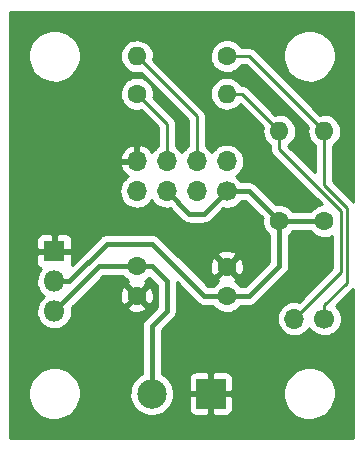
<source format=gbr>
G04 #@! TF.FileFunction,Copper,L2,Bot,Signal*
%FSLAX46Y46*%
G04 Gerber Fmt 4.6, Leading zero omitted, Abs format (unit mm)*
G04 Created by KiCad (PCBNEW 4.0.6) date 04/11/17 07:21:03*
%MOMM*%
%LPD*%
G01*
G04 APERTURE LIST*
%ADD10C,0.100000*%
%ADD11C,1.600000*%
%ADD12O,1.600000X1.600000*%
%ADD13R,1.800000X1.800000*%
%ADD14O,1.800000X1.800000*%
%ADD15C,2.500000*%
%ADD16R,2.500000X2.500000*%
%ADD17C,1.700000*%
%ADD18O,1.700000X1.700000*%
%ADD19C,0.400000*%
%ADD20C,0.250000*%
%ADD21C,0.254000*%
G04 APERTURE END LIST*
D10*
D11*
X158115000Y-100330000D03*
D12*
X158115000Y-92710000D03*
D13*
X135255000Y-102870000D03*
D14*
X135255000Y-105410000D03*
X135255000Y-107950000D03*
D11*
X142240000Y-104140000D03*
X142240000Y-106640000D03*
X149860000Y-106680000D03*
X149860000Y-104180000D03*
X154305000Y-100330000D03*
D12*
X154305000Y-92710000D03*
D11*
X149860000Y-86360000D03*
D12*
X142240000Y-86360000D03*
D11*
X142240000Y-89535000D03*
D12*
X149860000Y-89535000D03*
D15*
X143510000Y-114935000D03*
D16*
X148510000Y-114935000D03*
D17*
X158115000Y-108585000D03*
D18*
X155575000Y-108585000D03*
D17*
X149860000Y-97790000D03*
D18*
X149860000Y-95250000D03*
X147320000Y-97790000D03*
X147320000Y-95250000D03*
X144780000Y-97790000D03*
X144780000Y-95250000D03*
X142240000Y-97790000D03*
X142240000Y-95250000D03*
D19*
X142240000Y-104140000D02*
X143510000Y-104140000D01*
X143510000Y-109220000D02*
X143510000Y-114935000D01*
X144780000Y-107950000D02*
X143510000Y-109220000D01*
X144780000Y-105410000D02*
X144780000Y-107950000D01*
X143510000Y-104140000D02*
X144780000Y-105410000D01*
X142240000Y-104140000D02*
X139065000Y-104140000D01*
X139065000Y-104140000D02*
X135255000Y-107950000D01*
X149860000Y-106680000D02*
X151765000Y-106680000D01*
X154305000Y-104140000D02*
X154305000Y-100330000D01*
X151765000Y-106680000D02*
X154305000Y-104140000D01*
X135255000Y-105410000D02*
X136525000Y-105410000D01*
X147955000Y-106680000D02*
X149860000Y-106680000D01*
X143510000Y-102235000D02*
X147955000Y-106680000D01*
X139700000Y-102235000D02*
X143510000Y-102235000D01*
X136525000Y-105410000D02*
X139700000Y-102235000D01*
X154305000Y-100330000D02*
X158115000Y-100330000D01*
X151765000Y-97790000D02*
X154305000Y-100330000D01*
X149860000Y-97790000D02*
X151765000Y-97790000D01*
X147955000Y-99695000D02*
X149860000Y-97790000D01*
X146685000Y-99695000D02*
X147955000Y-99695000D01*
X144780000Y-97790000D02*
X146685000Y-99695000D01*
D20*
X144780000Y-95250000D02*
X144780000Y-92075000D01*
X144780000Y-92075000D02*
X142240000Y-89535000D01*
X158115000Y-92710000D02*
X158115000Y-97282000D01*
X158115000Y-97282000D02*
X160020000Y-99187000D01*
X160020000Y-99187000D02*
X160020000Y-105537000D01*
X160020000Y-105537000D02*
X158115000Y-107442000D01*
X158115000Y-107442000D02*
X158115000Y-108585000D01*
X149860000Y-86360000D02*
X151765000Y-86360000D01*
X151765000Y-86360000D02*
X158115000Y-92710000D01*
X154305000Y-92710000D02*
X154305000Y-94234000D01*
X154305000Y-94234000D02*
X159512000Y-99441000D01*
X159512000Y-99441000D02*
X159512000Y-104648000D01*
X159512000Y-104648000D02*
X155575000Y-108585000D01*
X149860000Y-89535000D02*
X151130000Y-89535000D01*
X151130000Y-89535000D02*
X154305000Y-92710000D01*
X147320000Y-91440000D02*
X142240000Y-86360000D01*
X147320000Y-95250000D02*
X147320000Y-91440000D01*
D21*
G36*
X160580000Y-98676130D02*
X160564852Y-98657154D01*
X160559369Y-98651594D01*
X160559274Y-98651478D01*
X160559166Y-98651389D01*
X160557401Y-98649599D01*
X158875000Y-96967198D01*
X158875000Y-93931163D01*
X158900753Y-93917700D01*
X159119017Y-93742211D01*
X159299038Y-93527671D01*
X159433959Y-93282250D01*
X159518642Y-93015296D01*
X159549860Y-92736979D01*
X159550000Y-92716943D01*
X159550000Y-92703057D01*
X159522671Y-92424331D01*
X159441724Y-92156221D01*
X159310242Y-91908940D01*
X159133234Y-91691907D01*
X158917442Y-91513388D01*
X158671085Y-91380183D01*
X158403547Y-91297367D01*
X158125018Y-91268092D01*
X157846108Y-91293475D01*
X157789838Y-91310036D01*
X153027727Y-86547925D01*
X154607062Y-86547925D01*
X154686185Y-86979030D01*
X154847536Y-87386557D01*
X155084970Y-87754982D01*
X155389443Y-88070273D01*
X155749358Y-88320421D01*
X156151005Y-88495896D01*
X156579087Y-88590016D01*
X157017297Y-88599195D01*
X157448944Y-88523084D01*
X157857587Y-88364582D01*
X158227661Y-88129726D01*
X158545070Y-87827461D01*
X158797724Y-87469302D01*
X158975999Y-87068889D01*
X159073105Y-86641475D01*
X159080096Y-86140847D01*
X158994962Y-85710888D01*
X158827936Y-85305654D01*
X158585381Y-84940580D01*
X158276536Y-84629571D01*
X157913164Y-84384473D01*
X157509105Y-84214622D01*
X157079751Y-84126489D01*
X156641456Y-84123429D01*
X156210914Y-84205559D01*
X155804523Y-84369752D01*
X155437764Y-84609752D01*
X155124607Y-84916419D01*
X154876978Y-85278071D01*
X154704311Y-85680933D01*
X154613182Y-86109662D01*
X154607062Y-86547925D01*
X153027727Y-86547925D01*
X152302401Y-85822599D01*
X152248145Y-85778032D01*
X152194375Y-85732914D01*
X152190874Y-85730989D01*
X152187785Y-85728452D01*
X152125933Y-85695287D01*
X152064396Y-85661457D01*
X152060584Y-85660248D01*
X152057065Y-85658361D01*
X151989969Y-85637848D01*
X151923013Y-85616608D01*
X151919041Y-85616162D01*
X151915219Y-85614994D01*
X151845351Y-85607897D01*
X151775611Y-85600074D01*
X151767806Y-85600020D01*
X151767653Y-85600004D01*
X151767510Y-85600018D01*
X151765000Y-85600000D01*
X151077982Y-85600000D01*
X150977426Y-85448650D01*
X150779129Y-85248964D01*
X150545823Y-85091597D01*
X150286394Y-84982543D01*
X150010724Y-84925956D01*
X149729313Y-84923991D01*
X149452880Y-84976724D01*
X149191954Y-85082145D01*
X148956473Y-85236239D01*
X148755408Y-85433137D01*
X148596416Y-85665339D01*
X148485553Y-85924000D01*
X148427043Y-86199268D01*
X148423114Y-86480659D01*
X148473915Y-86757453D01*
X148577512Y-87019109D01*
X148729959Y-87255660D01*
X148925448Y-87458095D01*
X149156534Y-87618704D01*
X149414415Y-87731369D01*
X149689268Y-87791800D01*
X149970624Y-87797693D01*
X150247767Y-87748826D01*
X150510140Y-87647058D01*
X150747749Y-87496267D01*
X150951544Y-87302195D01*
X151080068Y-87120000D01*
X151450198Y-87120000D01*
X156717028Y-92386830D01*
X156711358Y-92404704D01*
X156680140Y-92683021D01*
X156680000Y-92703057D01*
X156680000Y-92716943D01*
X156707329Y-92995669D01*
X156788276Y-93263779D01*
X156919758Y-93511060D01*
X157096766Y-93728093D01*
X157312558Y-93906612D01*
X157355000Y-93929560D01*
X157355000Y-96209198D01*
X155072858Y-93927056D01*
X155090753Y-93917700D01*
X155309017Y-93742211D01*
X155489038Y-93527671D01*
X155623959Y-93282250D01*
X155708642Y-93015296D01*
X155739860Y-92736979D01*
X155740000Y-92716943D01*
X155740000Y-92703057D01*
X155712671Y-92424331D01*
X155631724Y-92156221D01*
X155500242Y-91908940D01*
X155323234Y-91691907D01*
X155107442Y-91513388D01*
X154861085Y-91380183D01*
X154593547Y-91297367D01*
X154315018Y-91268092D01*
X154036108Y-91293475D01*
X153979838Y-91310036D01*
X151667401Y-88997599D01*
X151613145Y-88953032D01*
X151559375Y-88907914D01*
X151555874Y-88905989D01*
X151552785Y-88903452D01*
X151490933Y-88870287D01*
X151429396Y-88836457D01*
X151425584Y-88835248D01*
X151422065Y-88833361D01*
X151354969Y-88812848D01*
X151288013Y-88791608D01*
X151284041Y-88791162D01*
X151280219Y-88789994D01*
X151210351Y-88782897D01*
X151140611Y-88775074D01*
X151132806Y-88775020D01*
X151132653Y-88775004D01*
X151132510Y-88775018D01*
X151130000Y-88775000D01*
X151081163Y-88775000D01*
X151067700Y-88749247D01*
X150892211Y-88530983D01*
X150677671Y-88350962D01*
X150432250Y-88216041D01*
X150165296Y-88131358D01*
X149886979Y-88100140D01*
X149866943Y-88100000D01*
X149853057Y-88100000D01*
X149574331Y-88127329D01*
X149306221Y-88208276D01*
X149058940Y-88339758D01*
X148841907Y-88516766D01*
X148663388Y-88732558D01*
X148530183Y-88978915D01*
X148447367Y-89246453D01*
X148418092Y-89524982D01*
X148443475Y-89803892D01*
X148522548Y-90072560D01*
X148652300Y-90320753D01*
X148827789Y-90539017D01*
X149042329Y-90719038D01*
X149287750Y-90853959D01*
X149554704Y-90938642D01*
X149833021Y-90969860D01*
X149853057Y-90970000D01*
X149866943Y-90970000D01*
X150145669Y-90942671D01*
X150413779Y-90861724D01*
X150661060Y-90730242D01*
X150878093Y-90553234D01*
X150966530Y-90446332D01*
X152907028Y-92386830D01*
X152901358Y-92404704D01*
X152870140Y-92683021D01*
X152870000Y-92703057D01*
X152870000Y-92716943D01*
X152897329Y-92995669D01*
X152978276Y-93263779D01*
X153109758Y-93511060D01*
X153286766Y-93728093D01*
X153502558Y-93906612D01*
X153545000Y-93929560D01*
X153545000Y-94234000D01*
X153551851Y-94303877D01*
X153557969Y-94373803D01*
X153559084Y-94377641D01*
X153559474Y-94381618D01*
X153579764Y-94448821D01*
X153599351Y-94516240D01*
X153601190Y-94519788D01*
X153602345Y-94523613D01*
X153635299Y-94585591D01*
X153667610Y-94647925D01*
X153670103Y-94651048D01*
X153671980Y-94654578D01*
X153716355Y-94708987D01*
X153760148Y-94763846D01*
X153765631Y-94769406D01*
X153765726Y-94769522D01*
X153765834Y-94769611D01*
X153767599Y-94771401D01*
X157905268Y-98909070D01*
X157707880Y-98946724D01*
X157446954Y-99052145D01*
X157211473Y-99206239D01*
X157010408Y-99403137D01*
X156947508Y-99495000D01*
X155473153Y-99495000D01*
X155422426Y-99418650D01*
X155224129Y-99218964D01*
X154990823Y-99061597D01*
X154731394Y-98952543D01*
X154455724Y-98895956D01*
X154174313Y-98893991D01*
X154069797Y-98913929D01*
X152355434Y-97199566D01*
X152295818Y-97150596D01*
X152236747Y-97101030D01*
X152232904Y-97098917D01*
X152229507Y-97096127D01*
X152161474Y-97059648D01*
X152093941Y-97022522D01*
X152089758Y-97021195D01*
X152085886Y-97019119D01*
X152012107Y-96996563D01*
X151938606Y-96973247D01*
X151934242Y-96972758D01*
X151930044Y-96971474D01*
X151853284Y-96963676D01*
X151776658Y-96955081D01*
X151768087Y-96955021D01*
X151767915Y-96955004D01*
X151767755Y-96955019D01*
X151765000Y-96955000D01*
X151088185Y-96955000D01*
X151016361Y-96846895D01*
X150811155Y-96640252D01*
X150633563Y-96520465D01*
X150673131Y-96499780D01*
X150899000Y-96318177D01*
X151085294Y-96096161D01*
X151224916Y-95842189D01*
X151312549Y-95565934D01*
X151344855Y-95277919D01*
X151345000Y-95257185D01*
X151345000Y-95242815D01*
X151316718Y-94954377D01*
X151232951Y-94676925D01*
X151096888Y-94421029D01*
X150913713Y-94196433D01*
X150690401Y-94011694D01*
X150435461Y-93873848D01*
X150158601Y-93788146D01*
X149870367Y-93757851D01*
X149581739Y-93784118D01*
X149303709Y-93865947D01*
X149046869Y-94000220D01*
X148821000Y-94181823D01*
X148634706Y-94403839D01*
X148590502Y-94484247D01*
X148556888Y-94421029D01*
X148373713Y-94196433D01*
X148150401Y-94011694D01*
X148080000Y-93973628D01*
X148080000Y-91440000D01*
X148073148Y-91370119D01*
X148067031Y-91300197D01*
X148065916Y-91296359D01*
X148065526Y-91292382D01*
X148045246Y-91225212D01*
X148025650Y-91157761D01*
X148023809Y-91154210D01*
X148022655Y-91150387D01*
X147989710Y-91088426D01*
X147957390Y-91026075D01*
X147954897Y-91022952D01*
X147953020Y-91019422D01*
X147908645Y-90965013D01*
X147864852Y-90910154D01*
X147859369Y-90904594D01*
X147859274Y-90904478D01*
X147859166Y-90904389D01*
X147857401Y-90902599D01*
X143640983Y-86686181D01*
X143652633Y-86648547D01*
X143681908Y-86370018D01*
X143656525Y-86091108D01*
X143577452Y-85822440D01*
X143447700Y-85574247D01*
X143272211Y-85355983D01*
X143057671Y-85175962D01*
X142812250Y-85041041D01*
X142545296Y-84956358D01*
X142266979Y-84925140D01*
X142246943Y-84925000D01*
X142233057Y-84925000D01*
X141954331Y-84952329D01*
X141686221Y-85033276D01*
X141438940Y-85164758D01*
X141221907Y-85341766D01*
X141043388Y-85557558D01*
X140910183Y-85803915D01*
X140827367Y-86071453D01*
X140798092Y-86349982D01*
X140823475Y-86628892D01*
X140902548Y-86897560D01*
X141032300Y-87145753D01*
X141207789Y-87364017D01*
X141422329Y-87544038D01*
X141667750Y-87678959D01*
X141934704Y-87763642D01*
X142213021Y-87794860D01*
X142233057Y-87795000D01*
X142246943Y-87795000D01*
X142525669Y-87767671D01*
X142561923Y-87756725D01*
X146560000Y-91754802D01*
X146560000Y-93972444D01*
X146506869Y-94000220D01*
X146281000Y-94181823D01*
X146094706Y-94403839D01*
X146050502Y-94484247D01*
X146016888Y-94421029D01*
X145833713Y-94196433D01*
X145610401Y-94011694D01*
X145540000Y-93973628D01*
X145540000Y-92075000D01*
X145533144Y-92005073D01*
X145527030Y-91935197D01*
X145525916Y-91931364D01*
X145525526Y-91927382D01*
X145505224Y-91860138D01*
X145485649Y-91792760D01*
X145483810Y-91789212D01*
X145482655Y-91785387D01*
X145449691Y-91723390D01*
X145417389Y-91661074D01*
X145414897Y-91657953D01*
X145413020Y-91654422D01*
X145368641Y-91600007D01*
X145324852Y-91545154D01*
X145319369Y-91539594D01*
X145319274Y-91539478D01*
X145319166Y-91539389D01*
X145317401Y-91537599D01*
X143638166Y-89858364D01*
X143670573Y-89715723D01*
X143675061Y-89394291D01*
X143620400Y-89118233D01*
X143513160Y-88858049D01*
X143357426Y-88623650D01*
X143159129Y-88423964D01*
X142925823Y-88266597D01*
X142666394Y-88157543D01*
X142390724Y-88100956D01*
X142109313Y-88098991D01*
X141832880Y-88151724D01*
X141571954Y-88257145D01*
X141336473Y-88411239D01*
X141135408Y-88608137D01*
X140976416Y-88840339D01*
X140865553Y-89099000D01*
X140807043Y-89374268D01*
X140803114Y-89655659D01*
X140853915Y-89932453D01*
X140957512Y-90194109D01*
X141109959Y-90430660D01*
X141305448Y-90633095D01*
X141536534Y-90793704D01*
X141794415Y-90906369D01*
X142069268Y-90966800D01*
X142350624Y-90972693D01*
X142565078Y-90934880D01*
X144020000Y-92389802D01*
X144020000Y-93972444D01*
X143966869Y-94000220D01*
X143741000Y-94181823D01*
X143554706Y-94403839D01*
X143507400Y-94489889D01*
X143435178Y-94368645D01*
X143240269Y-94152412D01*
X143006920Y-93978359D01*
X142744099Y-93853175D01*
X142596890Y-93808524D01*
X142367000Y-93929845D01*
X142367000Y-95123000D01*
X142387000Y-95123000D01*
X142387000Y-95377000D01*
X142367000Y-95377000D01*
X142367000Y-95397000D01*
X142113000Y-95397000D01*
X142113000Y-95377000D01*
X140919186Y-95377000D01*
X140798519Y-95606891D01*
X140895843Y-95881252D01*
X141044822Y-96131355D01*
X141239731Y-96347588D01*
X141468682Y-96518361D01*
X141426869Y-96540220D01*
X141201000Y-96721823D01*
X141014706Y-96943839D01*
X140875084Y-97197811D01*
X140787451Y-97474066D01*
X140755145Y-97762081D01*
X140755000Y-97782815D01*
X140755000Y-97797185D01*
X140783282Y-98085623D01*
X140867049Y-98363075D01*
X141003112Y-98618971D01*
X141186287Y-98843567D01*
X141409599Y-99028306D01*
X141664539Y-99166152D01*
X141941399Y-99251854D01*
X142229633Y-99282149D01*
X142518261Y-99255882D01*
X142796291Y-99174053D01*
X143053131Y-99039780D01*
X143279000Y-98858177D01*
X143465294Y-98636161D01*
X143509498Y-98555753D01*
X143543112Y-98618971D01*
X143726287Y-98843567D01*
X143949599Y-99028306D01*
X144204539Y-99166152D01*
X144481399Y-99251854D01*
X144769633Y-99282149D01*
X145058261Y-99255882D01*
X145063478Y-99254346D01*
X146094566Y-100285434D01*
X146154182Y-100334404D01*
X146213253Y-100383970D01*
X146217096Y-100386083D01*
X146220493Y-100388873D01*
X146288526Y-100425352D01*
X146356059Y-100462478D01*
X146360242Y-100463805D01*
X146364114Y-100465881D01*
X146437893Y-100488437D01*
X146511394Y-100511753D01*
X146515758Y-100512242D01*
X146519956Y-100513526D01*
X146596716Y-100521324D01*
X146673342Y-100529919D01*
X146681913Y-100529979D01*
X146682085Y-100529996D01*
X146682245Y-100529981D01*
X146685000Y-100530000D01*
X147955000Y-100530000D01*
X148031747Y-100522475D01*
X148108600Y-100515751D01*
X148112814Y-100514527D01*
X148117186Y-100514098D01*
X148191081Y-100491788D01*
X148265092Y-100470285D01*
X148268986Y-100468266D01*
X148273194Y-100466996D01*
X148341311Y-100430777D01*
X148409774Y-100395290D01*
X148413207Y-100392549D01*
X148417082Y-100390489D01*
X148476866Y-100341731D01*
X148537133Y-100293620D01*
X148543238Y-100287600D01*
X148543370Y-100287492D01*
X148543471Y-100287369D01*
X148545434Y-100285434D01*
X149581554Y-99249314D01*
X149683319Y-99271688D01*
X149974479Y-99277787D01*
X150261278Y-99227217D01*
X150532793Y-99121903D01*
X150778681Y-98965858D01*
X150989577Y-98765024D01*
X151088353Y-98625000D01*
X151419132Y-98625000D01*
X152888058Y-100093926D01*
X152872043Y-100169268D01*
X152868114Y-100450659D01*
X152918915Y-100727453D01*
X153022512Y-100989109D01*
X153174959Y-101225660D01*
X153370448Y-101428095D01*
X153470000Y-101497285D01*
X153470000Y-103794132D01*
X151419132Y-105845000D01*
X151028153Y-105845000D01*
X150977426Y-105768650D01*
X150779129Y-105568964D01*
X150574641Y-105431035D01*
X150601514Y-105416671D01*
X150673097Y-105172702D01*
X149860000Y-104359605D01*
X149046903Y-105172702D01*
X149118486Y-105416671D01*
X149148241Y-105430750D01*
X148956473Y-105556239D01*
X148755408Y-105753137D01*
X148692508Y-105845000D01*
X148300868Y-105845000D01*
X146706380Y-104250512D01*
X148419783Y-104250512D01*
X148461213Y-104530130D01*
X148556397Y-104796292D01*
X148623329Y-104921514D01*
X148867298Y-104993097D01*
X149680395Y-104180000D01*
X150039605Y-104180000D01*
X150852702Y-104993097D01*
X151096671Y-104921514D01*
X151217571Y-104666004D01*
X151286300Y-104391816D01*
X151300217Y-104109488D01*
X151258787Y-103829870D01*
X151163603Y-103563708D01*
X151096671Y-103438486D01*
X150852702Y-103366903D01*
X150039605Y-104180000D01*
X149680395Y-104180000D01*
X148867298Y-103366903D01*
X148623329Y-103438486D01*
X148502429Y-103693996D01*
X148433700Y-103968184D01*
X148419783Y-104250512D01*
X146706380Y-104250512D01*
X145643166Y-103187298D01*
X149046903Y-103187298D01*
X149860000Y-104000395D01*
X150673097Y-103187298D01*
X150601514Y-102943329D01*
X150346004Y-102822429D01*
X150071816Y-102753700D01*
X149789488Y-102739783D01*
X149509870Y-102781213D01*
X149243708Y-102876397D01*
X149118486Y-102943329D01*
X149046903Y-103187298D01*
X145643166Y-103187298D01*
X144100434Y-101644566D01*
X144040818Y-101595596D01*
X143981747Y-101546030D01*
X143977904Y-101543917D01*
X143974507Y-101541127D01*
X143906474Y-101504648D01*
X143838941Y-101467522D01*
X143834758Y-101466195D01*
X143830886Y-101464119D01*
X143757107Y-101441563D01*
X143683606Y-101418247D01*
X143679242Y-101417758D01*
X143675044Y-101416474D01*
X143598284Y-101408676D01*
X143521658Y-101400081D01*
X143513087Y-101400021D01*
X143512915Y-101400004D01*
X143512755Y-101400019D01*
X143510000Y-101400000D01*
X139700000Y-101400000D01*
X139623208Y-101407529D01*
X139546400Y-101414249D01*
X139542186Y-101415473D01*
X139537814Y-101415902D01*
X139463933Y-101438208D01*
X139389907Y-101459715D01*
X139386011Y-101461734D01*
X139381806Y-101463004D01*
X139313707Y-101499213D01*
X139245226Y-101534710D01*
X139241793Y-101537451D01*
X139237918Y-101539511D01*
X139178134Y-101588269D01*
X139117867Y-101636380D01*
X139111762Y-101642400D01*
X139111630Y-101642508D01*
X139111529Y-101642631D01*
X139109566Y-101644566D01*
X136742042Y-104012090D01*
X136765597Y-103955223D01*
X136790000Y-103832542D01*
X136790000Y-103155750D01*
X136631250Y-102997000D01*
X135382000Y-102997000D01*
X135382000Y-103017000D01*
X135128000Y-103017000D01*
X135128000Y-102997000D01*
X133878750Y-102997000D01*
X133720000Y-103155750D01*
X133720000Y-103832542D01*
X133744403Y-103955223D01*
X133792270Y-104070785D01*
X133861763Y-104174789D01*
X133950211Y-104263237D01*
X134054215Y-104332730D01*
X134131579Y-104364775D01*
X133988451Y-104535349D01*
X133844127Y-104797872D01*
X133753543Y-105083429D01*
X133720150Y-105381141D01*
X133720000Y-105402573D01*
X133720000Y-105417427D01*
X133749234Y-105715577D01*
X133835822Y-106002370D01*
X133976466Y-106266883D01*
X134165809Y-106499041D01*
X134385907Y-106681122D01*
X134181017Y-106845857D01*
X133988451Y-107075349D01*
X133844127Y-107337872D01*
X133753543Y-107623429D01*
X133720150Y-107921141D01*
X133720000Y-107942573D01*
X133720000Y-107957427D01*
X133749234Y-108255577D01*
X133835822Y-108542370D01*
X133976466Y-108806883D01*
X134165809Y-109039041D01*
X134396639Y-109230000D01*
X134660164Y-109372487D01*
X134946345Y-109461075D01*
X135244284Y-109492390D01*
X135542630Y-109465238D01*
X135830021Y-109380654D01*
X136095510Y-109241860D01*
X136328983Y-109054143D01*
X136521549Y-108824651D01*
X136665873Y-108562128D01*
X136756457Y-108276571D01*
X136789850Y-107978859D01*
X136790000Y-107957427D01*
X136790000Y-107942573D01*
X136760766Y-107644423D01*
X136757227Y-107632702D01*
X141426903Y-107632702D01*
X141498486Y-107876671D01*
X141753996Y-107997571D01*
X142028184Y-108066300D01*
X142310512Y-108080217D01*
X142590130Y-108038787D01*
X142856292Y-107943603D01*
X142981514Y-107876671D01*
X143053097Y-107632702D01*
X142240000Y-106819605D01*
X141426903Y-107632702D01*
X136757227Y-107632702D01*
X136756285Y-107629583D01*
X137675356Y-106710512D01*
X140799783Y-106710512D01*
X140841213Y-106990130D01*
X140936397Y-107256292D01*
X141003329Y-107381514D01*
X141247298Y-107453097D01*
X142060395Y-106640000D01*
X142419605Y-106640000D01*
X143232702Y-107453097D01*
X143476671Y-107381514D01*
X143597571Y-107126004D01*
X143666300Y-106851816D01*
X143680217Y-106569488D01*
X143638787Y-106289870D01*
X143543603Y-106023708D01*
X143476671Y-105898486D01*
X143232702Y-105826903D01*
X142419605Y-106640000D01*
X142060395Y-106640000D01*
X141247298Y-105826903D01*
X141003329Y-105898486D01*
X140882429Y-106153996D01*
X140813700Y-106428184D01*
X140799783Y-106710512D01*
X137675356Y-106710512D01*
X139410868Y-104975000D01*
X141070866Y-104975000D01*
X141109959Y-105035660D01*
X141305448Y-105238095D01*
X141523755Y-105389822D01*
X141498486Y-105403329D01*
X141426903Y-105647298D01*
X142240000Y-106460395D01*
X143053097Y-105647298D01*
X142981514Y-105403329D01*
X142950589Y-105388696D01*
X143127749Y-105276267D01*
X143300700Y-105111568D01*
X143945000Y-105755868D01*
X143945000Y-107604132D01*
X142919566Y-108629566D01*
X142870596Y-108689182D01*
X142821030Y-108748253D01*
X142818917Y-108752096D01*
X142816127Y-108755493D01*
X142779648Y-108823526D01*
X142742522Y-108891059D01*
X142741195Y-108895242D01*
X142739119Y-108899114D01*
X142716563Y-108972893D01*
X142693247Y-109046394D01*
X142692758Y-109050758D01*
X142691474Y-109054956D01*
X142683676Y-109131716D01*
X142675081Y-109208342D01*
X142675021Y-109216913D01*
X142675004Y-109217085D01*
X142675019Y-109217245D01*
X142675000Y-109220000D01*
X142675000Y-113239236D01*
X142632461Y-113256423D01*
X142323137Y-113458840D01*
X142059019Y-113717482D01*
X141850169Y-114022500D01*
X141704542Y-114362275D01*
X141627683Y-114723864D01*
X141622522Y-115093496D01*
X141689254Y-115457091D01*
X141825338Y-115800799D01*
X142025590Y-116111529D01*
X142282382Y-116377446D01*
X142585935Y-116588420D01*
X142924684Y-116736416D01*
X143285729Y-116815797D01*
X143655315Y-116823539D01*
X144019367Y-116759346D01*
X144364017Y-116625666D01*
X144676137Y-116427588D01*
X144943840Y-116172658D01*
X145156929Y-115870586D01*
X145307286Y-115532877D01*
X145378199Y-115220750D01*
X146625000Y-115220750D01*
X146625000Y-116247542D01*
X146649403Y-116370223D01*
X146697270Y-116485785D01*
X146766763Y-116589789D01*
X146855211Y-116678237D01*
X146959215Y-116747730D01*
X147074777Y-116795597D01*
X147197458Y-116820000D01*
X148224250Y-116820000D01*
X148383000Y-116661250D01*
X148383000Y-115062000D01*
X148637000Y-115062000D01*
X148637000Y-116661250D01*
X148795750Y-116820000D01*
X149822542Y-116820000D01*
X149945223Y-116795597D01*
X150060785Y-116747730D01*
X150164789Y-116678237D01*
X150253237Y-116589789D01*
X150322730Y-116485785D01*
X150370597Y-116370223D01*
X150395000Y-116247542D01*
X150395000Y-115220750D01*
X150297175Y-115122925D01*
X154607062Y-115122925D01*
X154686185Y-115554030D01*
X154847536Y-115961557D01*
X155084970Y-116329982D01*
X155389443Y-116645273D01*
X155749358Y-116895421D01*
X156151005Y-117070896D01*
X156579087Y-117165016D01*
X157017297Y-117174195D01*
X157448944Y-117098084D01*
X157857587Y-116939582D01*
X158227661Y-116704726D01*
X158545070Y-116402461D01*
X158797724Y-116044302D01*
X158975999Y-115643889D01*
X159073105Y-115216475D01*
X159080096Y-114715847D01*
X158994962Y-114285888D01*
X158827936Y-113880654D01*
X158585381Y-113515580D01*
X158276536Y-113204571D01*
X157913164Y-112959473D01*
X157509105Y-112789622D01*
X157079751Y-112701489D01*
X156641456Y-112698429D01*
X156210914Y-112780559D01*
X155804523Y-112944752D01*
X155437764Y-113184752D01*
X155124607Y-113491419D01*
X154876978Y-113853071D01*
X154704311Y-114255933D01*
X154613182Y-114684662D01*
X154607062Y-115122925D01*
X150297175Y-115122925D01*
X150236250Y-115062000D01*
X148637000Y-115062000D01*
X148383000Y-115062000D01*
X146783750Y-115062000D01*
X146625000Y-115220750D01*
X145378199Y-115220750D01*
X145389185Y-115172396D01*
X145395081Y-114750166D01*
X145323279Y-114387539D01*
X145182410Y-114045764D01*
X144977839Y-113737860D01*
X144863240Y-113622458D01*
X146625000Y-113622458D01*
X146625000Y-114649250D01*
X146783750Y-114808000D01*
X148383000Y-114808000D01*
X148383000Y-113208750D01*
X148637000Y-113208750D01*
X148637000Y-114808000D01*
X150236250Y-114808000D01*
X150395000Y-114649250D01*
X150395000Y-113622458D01*
X150370597Y-113499777D01*
X150322730Y-113384215D01*
X150253237Y-113280211D01*
X150164789Y-113191763D01*
X150060785Y-113122270D01*
X149945223Y-113074403D01*
X149822542Y-113050000D01*
X148795750Y-113050000D01*
X148637000Y-113208750D01*
X148383000Y-113208750D01*
X148224250Y-113050000D01*
X147197458Y-113050000D01*
X147074777Y-113074403D01*
X146959215Y-113122270D01*
X146855211Y-113191763D01*
X146766763Y-113280211D01*
X146697270Y-113384215D01*
X146649403Y-113499777D01*
X146625000Y-113622458D01*
X144863240Y-113622458D01*
X144717358Y-113475555D01*
X144410890Y-113268839D01*
X144345000Y-113241141D01*
X144345000Y-109565868D01*
X145370434Y-108540434D01*
X145419382Y-108480845D01*
X145468970Y-108421747D01*
X145471085Y-108417900D01*
X145473872Y-108414507D01*
X145510341Y-108346494D01*
X145547478Y-108278941D01*
X145548804Y-108274760D01*
X145550881Y-108270887D01*
X145573441Y-108197093D01*
X145596753Y-108123606D01*
X145597242Y-108119242D01*
X145598526Y-108115044D01*
X145606319Y-108038329D01*
X145614919Y-107961658D01*
X145614979Y-107953076D01*
X145614995Y-107952915D01*
X145614981Y-107952765D01*
X145615000Y-107950000D01*
X145615000Y-105520868D01*
X147364566Y-107270434D01*
X147424155Y-107319382D01*
X147483253Y-107368970D01*
X147487100Y-107371085D01*
X147490493Y-107373872D01*
X147558506Y-107410341D01*
X147626059Y-107447478D01*
X147630240Y-107448804D01*
X147634113Y-107450881D01*
X147707907Y-107473441D01*
X147781394Y-107496753D01*
X147785758Y-107497242D01*
X147789956Y-107498526D01*
X147866671Y-107506319D01*
X147943342Y-107514919D01*
X147951924Y-107514979D01*
X147952085Y-107514995D01*
X147952235Y-107514981D01*
X147955000Y-107515000D01*
X148690866Y-107515000D01*
X148729959Y-107575660D01*
X148925448Y-107778095D01*
X149156534Y-107938704D01*
X149414415Y-108051369D01*
X149689268Y-108111800D01*
X149970624Y-108117693D01*
X150247767Y-108068826D01*
X150510140Y-107967058D01*
X150747749Y-107816267D01*
X150951544Y-107622195D01*
X151027162Y-107515000D01*
X151765000Y-107515000D01*
X151841747Y-107507475D01*
X151918600Y-107500751D01*
X151922814Y-107499527D01*
X151927186Y-107499098D01*
X152001081Y-107476788D01*
X152075092Y-107455285D01*
X152078986Y-107453266D01*
X152083194Y-107451996D01*
X152151311Y-107415777D01*
X152219774Y-107380290D01*
X152223207Y-107377549D01*
X152227082Y-107375489D01*
X152286866Y-107326731D01*
X152347133Y-107278620D01*
X152353238Y-107272600D01*
X152353370Y-107272492D01*
X152353471Y-107272369D01*
X152355434Y-107270434D01*
X154895434Y-104730434D01*
X154944382Y-104670845D01*
X154993970Y-104611747D01*
X154996085Y-104607900D01*
X154998872Y-104604507D01*
X155035321Y-104536529D01*
X155072478Y-104468941D01*
X155073806Y-104464756D01*
X155075880Y-104460887D01*
X155098427Y-104387139D01*
X155121753Y-104313606D01*
X155122243Y-104309242D01*
X155123526Y-104305044D01*
X155131319Y-104228329D01*
X155139919Y-104151658D01*
X155139979Y-104143076D01*
X155139995Y-104142915D01*
X155139981Y-104142765D01*
X155140000Y-104140000D01*
X155140000Y-101499742D01*
X155192749Y-101466267D01*
X155396544Y-101272195D01*
X155472162Y-101165000D01*
X156945866Y-101165000D01*
X156984959Y-101225660D01*
X157180448Y-101428095D01*
X157411534Y-101588704D01*
X157669415Y-101701369D01*
X157944268Y-101761800D01*
X158225624Y-101767693D01*
X158502767Y-101718826D01*
X158752000Y-101622155D01*
X158752000Y-104333198D01*
X155941144Y-107144054D01*
X155873601Y-107123146D01*
X155585367Y-107092851D01*
X155296739Y-107119118D01*
X155018709Y-107200947D01*
X154761869Y-107335220D01*
X154536000Y-107516823D01*
X154349706Y-107738839D01*
X154210084Y-107992811D01*
X154122451Y-108269066D01*
X154090145Y-108557081D01*
X154090000Y-108577815D01*
X154090000Y-108592185D01*
X154118282Y-108880623D01*
X154202049Y-109158075D01*
X154338112Y-109413971D01*
X154521287Y-109638567D01*
X154744599Y-109823306D01*
X154999539Y-109961152D01*
X155276399Y-110046854D01*
X155564633Y-110077149D01*
X155853261Y-110050882D01*
X156131291Y-109969053D01*
X156388131Y-109834780D01*
X156614000Y-109653177D01*
X156800294Y-109431161D01*
X156843235Y-109353052D01*
X156945584Y-109511867D01*
X157147885Y-109721356D01*
X157387023Y-109887561D01*
X157653889Y-110004152D01*
X157938319Y-110066688D01*
X158229479Y-110072787D01*
X158516278Y-110022217D01*
X158787793Y-109916903D01*
X159033681Y-109760858D01*
X159244577Y-109560024D01*
X159412447Y-109322053D01*
X159530899Y-109056007D01*
X159595419Y-108772020D01*
X159600063Y-108439388D01*
X159543498Y-108153711D01*
X159432521Y-107884462D01*
X159271361Y-107641895D01*
X159131125Y-107500677D01*
X160557401Y-106074401D01*
X160580000Y-106046889D01*
X160580000Y-118670000D01*
X131520000Y-118670000D01*
X131520000Y-115122925D01*
X133017062Y-115122925D01*
X133096185Y-115554030D01*
X133257536Y-115961557D01*
X133494970Y-116329982D01*
X133799443Y-116645273D01*
X134159358Y-116895421D01*
X134561005Y-117070896D01*
X134989087Y-117165016D01*
X135427297Y-117174195D01*
X135858944Y-117098084D01*
X136267587Y-116939582D01*
X136637661Y-116704726D01*
X136955070Y-116402461D01*
X137207724Y-116044302D01*
X137385999Y-115643889D01*
X137483105Y-115216475D01*
X137490096Y-114715847D01*
X137404962Y-114285888D01*
X137237936Y-113880654D01*
X136995381Y-113515580D01*
X136686536Y-113204571D01*
X136323164Y-112959473D01*
X135919105Y-112789622D01*
X135489751Y-112701489D01*
X135051456Y-112698429D01*
X134620914Y-112780559D01*
X134214523Y-112944752D01*
X133847764Y-113184752D01*
X133534607Y-113491419D01*
X133286978Y-113853071D01*
X133114311Y-114255933D01*
X133023182Y-114684662D01*
X133017062Y-115122925D01*
X131520000Y-115122925D01*
X131520000Y-101907458D01*
X133720000Y-101907458D01*
X133720000Y-102584250D01*
X133878750Y-102743000D01*
X135128000Y-102743000D01*
X135128000Y-101493750D01*
X135382000Y-101493750D01*
X135382000Y-102743000D01*
X136631250Y-102743000D01*
X136790000Y-102584250D01*
X136790000Y-101907458D01*
X136765597Y-101784777D01*
X136717730Y-101669215D01*
X136648237Y-101565211D01*
X136559789Y-101476763D01*
X136455785Y-101407270D01*
X136340223Y-101359403D01*
X136217542Y-101335000D01*
X135540750Y-101335000D01*
X135382000Y-101493750D01*
X135128000Y-101493750D01*
X134969250Y-101335000D01*
X134292458Y-101335000D01*
X134169777Y-101359403D01*
X134054215Y-101407270D01*
X133950211Y-101476763D01*
X133861763Y-101565211D01*
X133792270Y-101669215D01*
X133744403Y-101784777D01*
X133720000Y-101907458D01*
X131520000Y-101907458D01*
X131520000Y-94893109D01*
X140798519Y-94893109D01*
X140919186Y-95123000D01*
X142113000Y-95123000D01*
X142113000Y-93929845D01*
X141883110Y-93808524D01*
X141735901Y-93853175D01*
X141473080Y-93978359D01*
X141239731Y-94152412D01*
X141044822Y-94368645D01*
X140895843Y-94618748D01*
X140798519Y-94893109D01*
X131520000Y-94893109D01*
X131520000Y-86547925D01*
X133017062Y-86547925D01*
X133096185Y-86979030D01*
X133257536Y-87386557D01*
X133494970Y-87754982D01*
X133799443Y-88070273D01*
X134159358Y-88320421D01*
X134561005Y-88495896D01*
X134989087Y-88590016D01*
X135427297Y-88599195D01*
X135858944Y-88523084D01*
X136267587Y-88364582D01*
X136637661Y-88129726D01*
X136955070Y-87827461D01*
X137207724Y-87469302D01*
X137385999Y-87068889D01*
X137483105Y-86641475D01*
X137490096Y-86140847D01*
X137404962Y-85710888D01*
X137237936Y-85305654D01*
X136995381Y-84940580D01*
X136686536Y-84629571D01*
X136323164Y-84384473D01*
X135919105Y-84214622D01*
X135489751Y-84126489D01*
X135051456Y-84123429D01*
X134620914Y-84205559D01*
X134214523Y-84369752D01*
X133847764Y-84609752D01*
X133534607Y-84916419D01*
X133286978Y-85278071D01*
X133114311Y-85680933D01*
X133023182Y-86109662D01*
X133017062Y-86547925D01*
X131520000Y-86547925D01*
X131520000Y-82625000D01*
X160580000Y-82625000D01*
X160580000Y-98676130D01*
X160580000Y-98676130D01*
G37*
X160580000Y-98676130D02*
X160564852Y-98657154D01*
X160559369Y-98651594D01*
X160559274Y-98651478D01*
X160559166Y-98651389D01*
X160557401Y-98649599D01*
X158875000Y-96967198D01*
X158875000Y-93931163D01*
X158900753Y-93917700D01*
X159119017Y-93742211D01*
X159299038Y-93527671D01*
X159433959Y-93282250D01*
X159518642Y-93015296D01*
X159549860Y-92736979D01*
X159550000Y-92716943D01*
X159550000Y-92703057D01*
X159522671Y-92424331D01*
X159441724Y-92156221D01*
X159310242Y-91908940D01*
X159133234Y-91691907D01*
X158917442Y-91513388D01*
X158671085Y-91380183D01*
X158403547Y-91297367D01*
X158125018Y-91268092D01*
X157846108Y-91293475D01*
X157789838Y-91310036D01*
X153027727Y-86547925D01*
X154607062Y-86547925D01*
X154686185Y-86979030D01*
X154847536Y-87386557D01*
X155084970Y-87754982D01*
X155389443Y-88070273D01*
X155749358Y-88320421D01*
X156151005Y-88495896D01*
X156579087Y-88590016D01*
X157017297Y-88599195D01*
X157448944Y-88523084D01*
X157857587Y-88364582D01*
X158227661Y-88129726D01*
X158545070Y-87827461D01*
X158797724Y-87469302D01*
X158975999Y-87068889D01*
X159073105Y-86641475D01*
X159080096Y-86140847D01*
X158994962Y-85710888D01*
X158827936Y-85305654D01*
X158585381Y-84940580D01*
X158276536Y-84629571D01*
X157913164Y-84384473D01*
X157509105Y-84214622D01*
X157079751Y-84126489D01*
X156641456Y-84123429D01*
X156210914Y-84205559D01*
X155804523Y-84369752D01*
X155437764Y-84609752D01*
X155124607Y-84916419D01*
X154876978Y-85278071D01*
X154704311Y-85680933D01*
X154613182Y-86109662D01*
X154607062Y-86547925D01*
X153027727Y-86547925D01*
X152302401Y-85822599D01*
X152248145Y-85778032D01*
X152194375Y-85732914D01*
X152190874Y-85730989D01*
X152187785Y-85728452D01*
X152125933Y-85695287D01*
X152064396Y-85661457D01*
X152060584Y-85660248D01*
X152057065Y-85658361D01*
X151989969Y-85637848D01*
X151923013Y-85616608D01*
X151919041Y-85616162D01*
X151915219Y-85614994D01*
X151845351Y-85607897D01*
X151775611Y-85600074D01*
X151767806Y-85600020D01*
X151767653Y-85600004D01*
X151767510Y-85600018D01*
X151765000Y-85600000D01*
X151077982Y-85600000D01*
X150977426Y-85448650D01*
X150779129Y-85248964D01*
X150545823Y-85091597D01*
X150286394Y-84982543D01*
X150010724Y-84925956D01*
X149729313Y-84923991D01*
X149452880Y-84976724D01*
X149191954Y-85082145D01*
X148956473Y-85236239D01*
X148755408Y-85433137D01*
X148596416Y-85665339D01*
X148485553Y-85924000D01*
X148427043Y-86199268D01*
X148423114Y-86480659D01*
X148473915Y-86757453D01*
X148577512Y-87019109D01*
X148729959Y-87255660D01*
X148925448Y-87458095D01*
X149156534Y-87618704D01*
X149414415Y-87731369D01*
X149689268Y-87791800D01*
X149970624Y-87797693D01*
X150247767Y-87748826D01*
X150510140Y-87647058D01*
X150747749Y-87496267D01*
X150951544Y-87302195D01*
X151080068Y-87120000D01*
X151450198Y-87120000D01*
X156717028Y-92386830D01*
X156711358Y-92404704D01*
X156680140Y-92683021D01*
X156680000Y-92703057D01*
X156680000Y-92716943D01*
X156707329Y-92995669D01*
X156788276Y-93263779D01*
X156919758Y-93511060D01*
X157096766Y-93728093D01*
X157312558Y-93906612D01*
X157355000Y-93929560D01*
X157355000Y-96209198D01*
X155072858Y-93927056D01*
X155090753Y-93917700D01*
X155309017Y-93742211D01*
X155489038Y-93527671D01*
X155623959Y-93282250D01*
X155708642Y-93015296D01*
X155739860Y-92736979D01*
X155740000Y-92716943D01*
X155740000Y-92703057D01*
X155712671Y-92424331D01*
X155631724Y-92156221D01*
X155500242Y-91908940D01*
X155323234Y-91691907D01*
X155107442Y-91513388D01*
X154861085Y-91380183D01*
X154593547Y-91297367D01*
X154315018Y-91268092D01*
X154036108Y-91293475D01*
X153979838Y-91310036D01*
X151667401Y-88997599D01*
X151613145Y-88953032D01*
X151559375Y-88907914D01*
X151555874Y-88905989D01*
X151552785Y-88903452D01*
X151490933Y-88870287D01*
X151429396Y-88836457D01*
X151425584Y-88835248D01*
X151422065Y-88833361D01*
X151354969Y-88812848D01*
X151288013Y-88791608D01*
X151284041Y-88791162D01*
X151280219Y-88789994D01*
X151210351Y-88782897D01*
X151140611Y-88775074D01*
X151132806Y-88775020D01*
X151132653Y-88775004D01*
X151132510Y-88775018D01*
X151130000Y-88775000D01*
X151081163Y-88775000D01*
X151067700Y-88749247D01*
X150892211Y-88530983D01*
X150677671Y-88350962D01*
X150432250Y-88216041D01*
X150165296Y-88131358D01*
X149886979Y-88100140D01*
X149866943Y-88100000D01*
X149853057Y-88100000D01*
X149574331Y-88127329D01*
X149306221Y-88208276D01*
X149058940Y-88339758D01*
X148841907Y-88516766D01*
X148663388Y-88732558D01*
X148530183Y-88978915D01*
X148447367Y-89246453D01*
X148418092Y-89524982D01*
X148443475Y-89803892D01*
X148522548Y-90072560D01*
X148652300Y-90320753D01*
X148827789Y-90539017D01*
X149042329Y-90719038D01*
X149287750Y-90853959D01*
X149554704Y-90938642D01*
X149833021Y-90969860D01*
X149853057Y-90970000D01*
X149866943Y-90970000D01*
X150145669Y-90942671D01*
X150413779Y-90861724D01*
X150661060Y-90730242D01*
X150878093Y-90553234D01*
X150966530Y-90446332D01*
X152907028Y-92386830D01*
X152901358Y-92404704D01*
X152870140Y-92683021D01*
X152870000Y-92703057D01*
X152870000Y-92716943D01*
X152897329Y-92995669D01*
X152978276Y-93263779D01*
X153109758Y-93511060D01*
X153286766Y-93728093D01*
X153502558Y-93906612D01*
X153545000Y-93929560D01*
X153545000Y-94234000D01*
X153551851Y-94303877D01*
X153557969Y-94373803D01*
X153559084Y-94377641D01*
X153559474Y-94381618D01*
X153579764Y-94448821D01*
X153599351Y-94516240D01*
X153601190Y-94519788D01*
X153602345Y-94523613D01*
X153635299Y-94585591D01*
X153667610Y-94647925D01*
X153670103Y-94651048D01*
X153671980Y-94654578D01*
X153716355Y-94708987D01*
X153760148Y-94763846D01*
X153765631Y-94769406D01*
X153765726Y-94769522D01*
X153765834Y-94769611D01*
X153767599Y-94771401D01*
X157905268Y-98909070D01*
X157707880Y-98946724D01*
X157446954Y-99052145D01*
X157211473Y-99206239D01*
X157010408Y-99403137D01*
X156947508Y-99495000D01*
X155473153Y-99495000D01*
X155422426Y-99418650D01*
X155224129Y-99218964D01*
X154990823Y-99061597D01*
X154731394Y-98952543D01*
X154455724Y-98895956D01*
X154174313Y-98893991D01*
X154069797Y-98913929D01*
X152355434Y-97199566D01*
X152295818Y-97150596D01*
X152236747Y-97101030D01*
X152232904Y-97098917D01*
X152229507Y-97096127D01*
X152161474Y-97059648D01*
X152093941Y-97022522D01*
X152089758Y-97021195D01*
X152085886Y-97019119D01*
X152012107Y-96996563D01*
X151938606Y-96973247D01*
X151934242Y-96972758D01*
X151930044Y-96971474D01*
X151853284Y-96963676D01*
X151776658Y-96955081D01*
X151768087Y-96955021D01*
X151767915Y-96955004D01*
X151767755Y-96955019D01*
X151765000Y-96955000D01*
X151088185Y-96955000D01*
X151016361Y-96846895D01*
X150811155Y-96640252D01*
X150633563Y-96520465D01*
X150673131Y-96499780D01*
X150899000Y-96318177D01*
X151085294Y-96096161D01*
X151224916Y-95842189D01*
X151312549Y-95565934D01*
X151344855Y-95277919D01*
X151345000Y-95257185D01*
X151345000Y-95242815D01*
X151316718Y-94954377D01*
X151232951Y-94676925D01*
X151096888Y-94421029D01*
X150913713Y-94196433D01*
X150690401Y-94011694D01*
X150435461Y-93873848D01*
X150158601Y-93788146D01*
X149870367Y-93757851D01*
X149581739Y-93784118D01*
X149303709Y-93865947D01*
X149046869Y-94000220D01*
X148821000Y-94181823D01*
X148634706Y-94403839D01*
X148590502Y-94484247D01*
X148556888Y-94421029D01*
X148373713Y-94196433D01*
X148150401Y-94011694D01*
X148080000Y-93973628D01*
X148080000Y-91440000D01*
X148073148Y-91370119D01*
X148067031Y-91300197D01*
X148065916Y-91296359D01*
X148065526Y-91292382D01*
X148045246Y-91225212D01*
X148025650Y-91157761D01*
X148023809Y-91154210D01*
X148022655Y-91150387D01*
X147989710Y-91088426D01*
X147957390Y-91026075D01*
X147954897Y-91022952D01*
X147953020Y-91019422D01*
X147908645Y-90965013D01*
X147864852Y-90910154D01*
X147859369Y-90904594D01*
X147859274Y-90904478D01*
X147859166Y-90904389D01*
X147857401Y-90902599D01*
X143640983Y-86686181D01*
X143652633Y-86648547D01*
X143681908Y-86370018D01*
X143656525Y-86091108D01*
X143577452Y-85822440D01*
X143447700Y-85574247D01*
X143272211Y-85355983D01*
X143057671Y-85175962D01*
X142812250Y-85041041D01*
X142545296Y-84956358D01*
X142266979Y-84925140D01*
X142246943Y-84925000D01*
X142233057Y-84925000D01*
X141954331Y-84952329D01*
X141686221Y-85033276D01*
X141438940Y-85164758D01*
X141221907Y-85341766D01*
X141043388Y-85557558D01*
X140910183Y-85803915D01*
X140827367Y-86071453D01*
X140798092Y-86349982D01*
X140823475Y-86628892D01*
X140902548Y-86897560D01*
X141032300Y-87145753D01*
X141207789Y-87364017D01*
X141422329Y-87544038D01*
X141667750Y-87678959D01*
X141934704Y-87763642D01*
X142213021Y-87794860D01*
X142233057Y-87795000D01*
X142246943Y-87795000D01*
X142525669Y-87767671D01*
X142561923Y-87756725D01*
X146560000Y-91754802D01*
X146560000Y-93972444D01*
X146506869Y-94000220D01*
X146281000Y-94181823D01*
X146094706Y-94403839D01*
X146050502Y-94484247D01*
X146016888Y-94421029D01*
X145833713Y-94196433D01*
X145610401Y-94011694D01*
X145540000Y-93973628D01*
X145540000Y-92075000D01*
X145533144Y-92005073D01*
X145527030Y-91935197D01*
X145525916Y-91931364D01*
X145525526Y-91927382D01*
X145505224Y-91860138D01*
X145485649Y-91792760D01*
X145483810Y-91789212D01*
X145482655Y-91785387D01*
X145449691Y-91723390D01*
X145417389Y-91661074D01*
X145414897Y-91657953D01*
X145413020Y-91654422D01*
X145368641Y-91600007D01*
X145324852Y-91545154D01*
X145319369Y-91539594D01*
X145319274Y-91539478D01*
X145319166Y-91539389D01*
X145317401Y-91537599D01*
X143638166Y-89858364D01*
X143670573Y-89715723D01*
X143675061Y-89394291D01*
X143620400Y-89118233D01*
X143513160Y-88858049D01*
X143357426Y-88623650D01*
X143159129Y-88423964D01*
X142925823Y-88266597D01*
X142666394Y-88157543D01*
X142390724Y-88100956D01*
X142109313Y-88098991D01*
X141832880Y-88151724D01*
X141571954Y-88257145D01*
X141336473Y-88411239D01*
X141135408Y-88608137D01*
X140976416Y-88840339D01*
X140865553Y-89099000D01*
X140807043Y-89374268D01*
X140803114Y-89655659D01*
X140853915Y-89932453D01*
X140957512Y-90194109D01*
X141109959Y-90430660D01*
X141305448Y-90633095D01*
X141536534Y-90793704D01*
X141794415Y-90906369D01*
X142069268Y-90966800D01*
X142350624Y-90972693D01*
X142565078Y-90934880D01*
X144020000Y-92389802D01*
X144020000Y-93972444D01*
X143966869Y-94000220D01*
X143741000Y-94181823D01*
X143554706Y-94403839D01*
X143507400Y-94489889D01*
X143435178Y-94368645D01*
X143240269Y-94152412D01*
X143006920Y-93978359D01*
X142744099Y-93853175D01*
X142596890Y-93808524D01*
X142367000Y-93929845D01*
X142367000Y-95123000D01*
X142387000Y-95123000D01*
X142387000Y-95377000D01*
X142367000Y-95377000D01*
X142367000Y-95397000D01*
X142113000Y-95397000D01*
X142113000Y-95377000D01*
X140919186Y-95377000D01*
X140798519Y-95606891D01*
X140895843Y-95881252D01*
X141044822Y-96131355D01*
X141239731Y-96347588D01*
X141468682Y-96518361D01*
X141426869Y-96540220D01*
X141201000Y-96721823D01*
X141014706Y-96943839D01*
X140875084Y-97197811D01*
X140787451Y-97474066D01*
X140755145Y-97762081D01*
X140755000Y-97782815D01*
X140755000Y-97797185D01*
X140783282Y-98085623D01*
X140867049Y-98363075D01*
X141003112Y-98618971D01*
X141186287Y-98843567D01*
X141409599Y-99028306D01*
X141664539Y-99166152D01*
X141941399Y-99251854D01*
X142229633Y-99282149D01*
X142518261Y-99255882D01*
X142796291Y-99174053D01*
X143053131Y-99039780D01*
X143279000Y-98858177D01*
X143465294Y-98636161D01*
X143509498Y-98555753D01*
X143543112Y-98618971D01*
X143726287Y-98843567D01*
X143949599Y-99028306D01*
X144204539Y-99166152D01*
X144481399Y-99251854D01*
X144769633Y-99282149D01*
X145058261Y-99255882D01*
X145063478Y-99254346D01*
X146094566Y-100285434D01*
X146154182Y-100334404D01*
X146213253Y-100383970D01*
X146217096Y-100386083D01*
X146220493Y-100388873D01*
X146288526Y-100425352D01*
X146356059Y-100462478D01*
X146360242Y-100463805D01*
X146364114Y-100465881D01*
X146437893Y-100488437D01*
X146511394Y-100511753D01*
X146515758Y-100512242D01*
X146519956Y-100513526D01*
X146596716Y-100521324D01*
X146673342Y-100529919D01*
X146681913Y-100529979D01*
X146682085Y-100529996D01*
X146682245Y-100529981D01*
X146685000Y-100530000D01*
X147955000Y-100530000D01*
X148031747Y-100522475D01*
X148108600Y-100515751D01*
X148112814Y-100514527D01*
X148117186Y-100514098D01*
X148191081Y-100491788D01*
X148265092Y-100470285D01*
X148268986Y-100468266D01*
X148273194Y-100466996D01*
X148341311Y-100430777D01*
X148409774Y-100395290D01*
X148413207Y-100392549D01*
X148417082Y-100390489D01*
X148476866Y-100341731D01*
X148537133Y-100293620D01*
X148543238Y-100287600D01*
X148543370Y-100287492D01*
X148543471Y-100287369D01*
X148545434Y-100285434D01*
X149581554Y-99249314D01*
X149683319Y-99271688D01*
X149974479Y-99277787D01*
X150261278Y-99227217D01*
X150532793Y-99121903D01*
X150778681Y-98965858D01*
X150989577Y-98765024D01*
X151088353Y-98625000D01*
X151419132Y-98625000D01*
X152888058Y-100093926D01*
X152872043Y-100169268D01*
X152868114Y-100450659D01*
X152918915Y-100727453D01*
X153022512Y-100989109D01*
X153174959Y-101225660D01*
X153370448Y-101428095D01*
X153470000Y-101497285D01*
X153470000Y-103794132D01*
X151419132Y-105845000D01*
X151028153Y-105845000D01*
X150977426Y-105768650D01*
X150779129Y-105568964D01*
X150574641Y-105431035D01*
X150601514Y-105416671D01*
X150673097Y-105172702D01*
X149860000Y-104359605D01*
X149046903Y-105172702D01*
X149118486Y-105416671D01*
X149148241Y-105430750D01*
X148956473Y-105556239D01*
X148755408Y-105753137D01*
X148692508Y-105845000D01*
X148300868Y-105845000D01*
X146706380Y-104250512D01*
X148419783Y-104250512D01*
X148461213Y-104530130D01*
X148556397Y-104796292D01*
X148623329Y-104921514D01*
X148867298Y-104993097D01*
X149680395Y-104180000D01*
X150039605Y-104180000D01*
X150852702Y-104993097D01*
X151096671Y-104921514D01*
X151217571Y-104666004D01*
X151286300Y-104391816D01*
X151300217Y-104109488D01*
X151258787Y-103829870D01*
X151163603Y-103563708D01*
X151096671Y-103438486D01*
X150852702Y-103366903D01*
X150039605Y-104180000D01*
X149680395Y-104180000D01*
X148867298Y-103366903D01*
X148623329Y-103438486D01*
X148502429Y-103693996D01*
X148433700Y-103968184D01*
X148419783Y-104250512D01*
X146706380Y-104250512D01*
X145643166Y-103187298D01*
X149046903Y-103187298D01*
X149860000Y-104000395D01*
X150673097Y-103187298D01*
X150601514Y-102943329D01*
X150346004Y-102822429D01*
X150071816Y-102753700D01*
X149789488Y-102739783D01*
X149509870Y-102781213D01*
X149243708Y-102876397D01*
X149118486Y-102943329D01*
X149046903Y-103187298D01*
X145643166Y-103187298D01*
X144100434Y-101644566D01*
X144040818Y-101595596D01*
X143981747Y-101546030D01*
X143977904Y-101543917D01*
X143974507Y-101541127D01*
X143906474Y-101504648D01*
X143838941Y-101467522D01*
X143834758Y-101466195D01*
X143830886Y-101464119D01*
X143757107Y-101441563D01*
X143683606Y-101418247D01*
X143679242Y-101417758D01*
X143675044Y-101416474D01*
X143598284Y-101408676D01*
X143521658Y-101400081D01*
X143513087Y-101400021D01*
X143512915Y-101400004D01*
X143512755Y-101400019D01*
X143510000Y-101400000D01*
X139700000Y-101400000D01*
X139623208Y-101407529D01*
X139546400Y-101414249D01*
X139542186Y-101415473D01*
X139537814Y-101415902D01*
X139463933Y-101438208D01*
X139389907Y-101459715D01*
X139386011Y-101461734D01*
X139381806Y-101463004D01*
X139313707Y-101499213D01*
X139245226Y-101534710D01*
X139241793Y-101537451D01*
X139237918Y-101539511D01*
X139178134Y-101588269D01*
X139117867Y-101636380D01*
X139111762Y-101642400D01*
X139111630Y-101642508D01*
X139111529Y-101642631D01*
X139109566Y-101644566D01*
X136742042Y-104012090D01*
X136765597Y-103955223D01*
X136790000Y-103832542D01*
X136790000Y-103155750D01*
X136631250Y-102997000D01*
X135382000Y-102997000D01*
X135382000Y-103017000D01*
X135128000Y-103017000D01*
X135128000Y-102997000D01*
X133878750Y-102997000D01*
X133720000Y-103155750D01*
X133720000Y-103832542D01*
X133744403Y-103955223D01*
X133792270Y-104070785D01*
X133861763Y-104174789D01*
X133950211Y-104263237D01*
X134054215Y-104332730D01*
X134131579Y-104364775D01*
X133988451Y-104535349D01*
X133844127Y-104797872D01*
X133753543Y-105083429D01*
X133720150Y-105381141D01*
X133720000Y-105402573D01*
X133720000Y-105417427D01*
X133749234Y-105715577D01*
X133835822Y-106002370D01*
X133976466Y-106266883D01*
X134165809Y-106499041D01*
X134385907Y-106681122D01*
X134181017Y-106845857D01*
X133988451Y-107075349D01*
X133844127Y-107337872D01*
X133753543Y-107623429D01*
X133720150Y-107921141D01*
X133720000Y-107942573D01*
X133720000Y-107957427D01*
X133749234Y-108255577D01*
X133835822Y-108542370D01*
X133976466Y-108806883D01*
X134165809Y-109039041D01*
X134396639Y-109230000D01*
X134660164Y-109372487D01*
X134946345Y-109461075D01*
X135244284Y-109492390D01*
X135542630Y-109465238D01*
X135830021Y-109380654D01*
X136095510Y-109241860D01*
X136328983Y-109054143D01*
X136521549Y-108824651D01*
X136665873Y-108562128D01*
X136756457Y-108276571D01*
X136789850Y-107978859D01*
X136790000Y-107957427D01*
X136790000Y-107942573D01*
X136760766Y-107644423D01*
X136757227Y-107632702D01*
X141426903Y-107632702D01*
X141498486Y-107876671D01*
X141753996Y-107997571D01*
X142028184Y-108066300D01*
X142310512Y-108080217D01*
X142590130Y-108038787D01*
X142856292Y-107943603D01*
X142981514Y-107876671D01*
X143053097Y-107632702D01*
X142240000Y-106819605D01*
X141426903Y-107632702D01*
X136757227Y-107632702D01*
X136756285Y-107629583D01*
X137675356Y-106710512D01*
X140799783Y-106710512D01*
X140841213Y-106990130D01*
X140936397Y-107256292D01*
X141003329Y-107381514D01*
X141247298Y-107453097D01*
X142060395Y-106640000D01*
X142419605Y-106640000D01*
X143232702Y-107453097D01*
X143476671Y-107381514D01*
X143597571Y-107126004D01*
X143666300Y-106851816D01*
X143680217Y-106569488D01*
X143638787Y-106289870D01*
X143543603Y-106023708D01*
X143476671Y-105898486D01*
X143232702Y-105826903D01*
X142419605Y-106640000D01*
X142060395Y-106640000D01*
X141247298Y-105826903D01*
X141003329Y-105898486D01*
X140882429Y-106153996D01*
X140813700Y-106428184D01*
X140799783Y-106710512D01*
X137675356Y-106710512D01*
X139410868Y-104975000D01*
X141070866Y-104975000D01*
X141109959Y-105035660D01*
X141305448Y-105238095D01*
X141523755Y-105389822D01*
X141498486Y-105403329D01*
X141426903Y-105647298D01*
X142240000Y-106460395D01*
X143053097Y-105647298D01*
X142981514Y-105403329D01*
X142950589Y-105388696D01*
X143127749Y-105276267D01*
X143300700Y-105111568D01*
X143945000Y-105755868D01*
X143945000Y-107604132D01*
X142919566Y-108629566D01*
X142870596Y-108689182D01*
X142821030Y-108748253D01*
X142818917Y-108752096D01*
X142816127Y-108755493D01*
X142779648Y-108823526D01*
X142742522Y-108891059D01*
X142741195Y-108895242D01*
X142739119Y-108899114D01*
X142716563Y-108972893D01*
X142693247Y-109046394D01*
X142692758Y-109050758D01*
X142691474Y-109054956D01*
X142683676Y-109131716D01*
X142675081Y-109208342D01*
X142675021Y-109216913D01*
X142675004Y-109217085D01*
X142675019Y-109217245D01*
X142675000Y-109220000D01*
X142675000Y-113239236D01*
X142632461Y-113256423D01*
X142323137Y-113458840D01*
X142059019Y-113717482D01*
X141850169Y-114022500D01*
X141704542Y-114362275D01*
X141627683Y-114723864D01*
X141622522Y-115093496D01*
X141689254Y-115457091D01*
X141825338Y-115800799D01*
X142025590Y-116111529D01*
X142282382Y-116377446D01*
X142585935Y-116588420D01*
X142924684Y-116736416D01*
X143285729Y-116815797D01*
X143655315Y-116823539D01*
X144019367Y-116759346D01*
X144364017Y-116625666D01*
X144676137Y-116427588D01*
X144943840Y-116172658D01*
X145156929Y-115870586D01*
X145307286Y-115532877D01*
X145378199Y-115220750D01*
X146625000Y-115220750D01*
X146625000Y-116247542D01*
X146649403Y-116370223D01*
X146697270Y-116485785D01*
X146766763Y-116589789D01*
X146855211Y-116678237D01*
X146959215Y-116747730D01*
X147074777Y-116795597D01*
X147197458Y-116820000D01*
X148224250Y-116820000D01*
X148383000Y-116661250D01*
X148383000Y-115062000D01*
X148637000Y-115062000D01*
X148637000Y-116661250D01*
X148795750Y-116820000D01*
X149822542Y-116820000D01*
X149945223Y-116795597D01*
X150060785Y-116747730D01*
X150164789Y-116678237D01*
X150253237Y-116589789D01*
X150322730Y-116485785D01*
X150370597Y-116370223D01*
X150395000Y-116247542D01*
X150395000Y-115220750D01*
X150297175Y-115122925D01*
X154607062Y-115122925D01*
X154686185Y-115554030D01*
X154847536Y-115961557D01*
X155084970Y-116329982D01*
X155389443Y-116645273D01*
X155749358Y-116895421D01*
X156151005Y-117070896D01*
X156579087Y-117165016D01*
X157017297Y-117174195D01*
X157448944Y-117098084D01*
X157857587Y-116939582D01*
X158227661Y-116704726D01*
X158545070Y-116402461D01*
X158797724Y-116044302D01*
X158975999Y-115643889D01*
X159073105Y-115216475D01*
X159080096Y-114715847D01*
X158994962Y-114285888D01*
X158827936Y-113880654D01*
X158585381Y-113515580D01*
X158276536Y-113204571D01*
X157913164Y-112959473D01*
X157509105Y-112789622D01*
X157079751Y-112701489D01*
X156641456Y-112698429D01*
X156210914Y-112780559D01*
X155804523Y-112944752D01*
X155437764Y-113184752D01*
X155124607Y-113491419D01*
X154876978Y-113853071D01*
X154704311Y-114255933D01*
X154613182Y-114684662D01*
X154607062Y-115122925D01*
X150297175Y-115122925D01*
X150236250Y-115062000D01*
X148637000Y-115062000D01*
X148383000Y-115062000D01*
X146783750Y-115062000D01*
X146625000Y-115220750D01*
X145378199Y-115220750D01*
X145389185Y-115172396D01*
X145395081Y-114750166D01*
X145323279Y-114387539D01*
X145182410Y-114045764D01*
X144977839Y-113737860D01*
X144863240Y-113622458D01*
X146625000Y-113622458D01*
X146625000Y-114649250D01*
X146783750Y-114808000D01*
X148383000Y-114808000D01*
X148383000Y-113208750D01*
X148637000Y-113208750D01*
X148637000Y-114808000D01*
X150236250Y-114808000D01*
X150395000Y-114649250D01*
X150395000Y-113622458D01*
X150370597Y-113499777D01*
X150322730Y-113384215D01*
X150253237Y-113280211D01*
X150164789Y-113191763D01*
X150060785Y-113122270D01*
X149945223Y-113074403D01*
X149822542Y-113050000D01*
X148795750Y-113050000D01*
X148637000Y-113208750D01*
X148383000Y-113208750D01*
X148224250Y-113050000D01*
X147197458Y-113050000D01*
X147074777Y-113074403D01*
X146959215Y-113122270D01*
X146855211Y-113191763D01*
X146766763Y-113280211D01*
X146697270Y-113384215D01*
X146649403Y-113499777D01*
X146625000Y-113622458D01*
X144863240Y-113622458D01*
X144717358Y-113475555D01*
X144410890Y-113268839D01*
X144345000Y-113241141D01*
X144345000Y-109565868D01*
X145370434Y-108540434D01*
X145419382Y-108480845D01*
X145468970Y-108421747D01*
X145471085Y-108417900D01*
X145473872Y-108414507D01*
X145510341Y-108346494D01*
X145547478Y-108278941D01*
X145548804Y-108274760D01*
X145550881Y-108270887D01*
X145573441Y-108197093D01*
X145596753Y-108123606D01*
X145597242Y-108119242D01*
X145598526Y-108115044D01*
X145606319Y-108038329D01*
X145614919Y-107961658D01*
X145614979Y-107953076D01*
X145614995Y-107952915D01*
X145614981Y-107952765D01*
X145615000Y-107950000D01*
X145615000Y-105520868D01*
X147364566Y-107270434D01*
X147424155Y-107319382D01*
X147483253Y-107368970D01*
X147487100Y-107371085D01*
X147490493Y-107373872D01*
X147558506Y-107410341D01*
X147626059Y-107447478D01*
X147630240Y-107448804D01*
X147634113Y-107450881D01*
X147707907Y-107473441D01*
X147781394Y-107496753D01*
X147785758Y-107497242D01*
X147789956Y-107498526D01*
X147866671Y-107506319D01*
X147943342Y-107514919D01*
X147951924Y-107514979D01*
X147952085Y-107514995D01*
X147952235Y-107514981D01*
X147955000Y-107515000D01*
X148690866Y-107515000D01*
X148729959Y-107575660D01*
X148925448Y-107778095D01*
X149156534Y-107938704D01*
X149414415Y-108051369D01*
X149689268Y-108111800D01*
X149970624Y-108117693D01*
X150247767Y-108068826D01*
X150510140Y-107967058D01*
X150747749Y-107816267D01*
X150951544Y-107622195D01*
X151027162Y-107515000D01*
X151765000Y-107515000D01*
X151841747Y-107507475D01*
X151918600Y-107500751D01*
X151922814Y-107499527D01*
X151927186Y-107499098D01*
X152001081Y-107476788D01*
X152075092Y-107455285D01*
X152078986Y-107453266D01*
X152083194Y-107451996D01*
X152151311Y-107415777D01*
X152219774Y-107380290D01*
X152223207Y-107377549D01*
X152227082Y-107375489D01*
X152286866Y-107326731D01*
X152347133Y-107278620D01*
X152353238Y-107272600D01*
X152353370Y-107272492D01*
X152353471Y-107272369D01*
X152355434Y-107270434D01*
X154895434Y-104730434D01*
X154944382Y-104670845D01*
X154993970Y-104611747D01*
X154996085Y-104607900D01*
X154998872Y-104604507D01*
X155035321Y-104536529D01*
X155072478Y-104468941D01*
X155073806Y-104464756D01*
X155075880Y-104460887D01*
X155098427Y-104387139D01*
X155121753Y-104313606D01*
X155122243Y-104309242D01*
X155123526Y-104305044D01*
X155131319Y-104228329D01*
X155139919Y-104151658D01*
X155139979Y-104143076D01*
X155139995Y-104142915D01*
X155139981Y-104142765D01*
X155140000Y-104140000D01*
X155140000Y-101499742D01*
X155192749Y-101466267D01*
X155396544Y-101272195D01*
X155472162Y-101165000D01*
X156945866Y-101165000D01*
X156984959Y-101225660D01*
X157180448Y-101428095D01*
X157411534Y-101588704D01*
X157669415Y-101701369D01*
X157944268Y-101761800D01*
X158225624Y-101767693D01*
X158502767Y-101718826D01*
X158752000Y-101622155D01*
X158752000Y-104333198D01*
X155941144Y-107144054D01*
X155873601Y-107123146D01*
X155585367Y-107092851D01*
X155296739Y-107119118D01*
X155018709Y-107200947D01*
X154761869Y-107335220D01*
X154536000Y-107516823D01*
X154349706Y-107738839D01*
X154210084Y-107992811D01*
X154122451Y-108269066D01*
X154090145Y-108557081D01*
X154090000Y-108577815D01*
X154090000Y-108592185D01*
X154118282Y-108880623D01*
X154202049Y-109158075D01*
X154338112Y-109413971D01*
X154521287Y-109638567D01*
X154744599Y-109823306D01*
X154999539Y-109961152D01*
X155276399Y-110046854D01*
X155564633Y-110077149D01*
X155853261Y-110050882D01*
X156131291Y-109969053D01*
X156388131Y-109834780D01*
X156614000Y-109653177D01*
X156800294Y-109431161D01*
X156843235Y-109353052D01*
X156945584Y-109511867D01*
X157147885Y-109721356D01*
X157387023Y-109887561D01*
X157653889Y-110004152D01*
X157938319Y-110066688D01*
X158229479Y-110072787D01*
X158516278Y-110022217D01*
X158787793Y-109916903D01*
X159033681Y-109760858D01*
X159244577Y-109560024D01*
X159412447Y-109322053D01*
X159530899Y-109056007D01*
X159595419Y-108772020D01*
X159600063Y-108439388D01*
X159543498Y-108153711D01*
X159432521Y-107884462D01*
X159271361Y-107641895D01*
X159131125Y-107500677D01*
X160557401Y-106074401D01*
X160580000Y-106046889D01*
X160580000Y-118670000D01*
X131520000Y-118670000D01*
X131520000Y-115122925D01*
X133017062Y-115122925D01*
X133096185Y-115554030D01*
X133257536Y-115961557D01*
X133494970Y-116329982D01*
X133799443Y-116645273D01*
X134159358Y-116895421D01*
X134561005Y-117070896D01*
X134989087Y-117165016D01*
X135427297Y-117174195D01*
X135858944Y-117098084D01*
X136267587Y-116939582D01*
X136637661Y-116704726D01*
X136955070Y-116402461D01*
X137207724Y-116044302D01*
X137385999Y-115643889D01*
X137483105Y-115216475D01*
X137490096Y-114715847D01*
X137404962Y-114285888D01*
X137237936Y-113880654D01*
X136995381Y-113515580D01*
X136686536Y-113204571D01*
X136323164Y-112959473D01*
X135919105Y-112789622D01*
X135489751Y-112701489D01*
X135051456Y-112698429D01*
X134620914Y-112780559D01*
X134214523Y-112944752D01*
X133847764Y-113184752D01*
X133534607Y-113491419D01*
X133286978Y-113853071D01*
X133114311Y-114255933D01*
X133023182Y-114684662D01*
X133017062Y-115122925D01*
X131520000Y-115122925D01*
X131520000Y-101907458D01*
X133720000Y-101907458D01*
X133720000Y-102584250D01*
X133878750Y-102743000D01*
X135128000Y-102743000D01*
X135128000Y-101493750D01*
X135382000Y-101493750D01*
X135382000Y-102743000D01*
X136631250Y-102743000D01*
X136790000Y-102584250D01*
X136790000Y-101907458D01*
X136765597Y-101784777D01*
X136717730Y-101669215D01*
X136648237Y-101565211D01*
X136559789Y-101476763D01*
X136455785Y-101407270D01*
X136340223Y-101359403D01*
X136217542Y-101335000D01*
X135540750Y-101335000D01*
X135382000Y-101493750D01*
X135128000Y-101493750D01*
X134969250Y-101335000D01*
X134292458Y-101335000D01*
X134169777Y-101359403D01*
X134054215Y-101407270D01*
X133950211Y-101476763D01*
X133861763Y-101565211D01*
X133792270Y-101669215D01*
X133744403Y-101784777D01*
X133720000Y-101907458D01*
X131520000Y-101907458D01*
X131520000Y-94893109D01*
X140798519Y-94893109D01*
X140919186Y-95123000D01*
X142113000Y-95123000D01*
X142113000Y-93929845D01*
X141883110Y-93808524D01*
X141735901Y-93853175D01*
X141473080Y-93978359D01*
X141239731Y-94152412D01*
X141044822Y-94368645D01*
X140895843Y-94618748D01*
X140798519Y-94893109D01*
X131520000Y-94893109D01*
X131520000Y-86547925D01*
X133017062Y-86547925D01*
X133096185Y-86979030D01*
X133257536Y-87386557D01*
X133494970Y-87754982D01*
X133799443Y-88070273D01*
X134159358Y-88320421D01*
X134561005Y-88495896D01*
X134989087Y-88590016D01*
X135427297Y-88599195D01*
X135858944Y-88523084D01*
X136267587Y-88364582D01*
X136637661Y-88129726D01*
X136955070Y-87827461D01*
X137207724Y-87469302D01*
X137385999Y-87068889D01*
X137483105Y-86641475D01*
X137490096Y-86140847D01*
X137404962Y-85710888D01*
X137237936Y-85305654D01*
X136995381Y-84940580D01*
X136686536Y-84629571D01*
X136323164Y-84384473D01*
X135919105Y-84214622D01*
X135489751Y-84126489D01*
X135051456Y-84123429D01*
X134620914Y-84205559D01*
X134214523Y-84369752D01*
X133847764Y-84609752D01*
X133534607Y-84916419D01*
X133286978Y-85278071D01*
X133114311Y-85680933D01*
X133023182Y-86109662D01*
X133017062Y-86547925D01*
X131520000Y-86547925D01*
X131520000Y-82625000D01*
X160580000Y-82625000D01*
X160580000Y-98676130D01*
M02*

</source>
